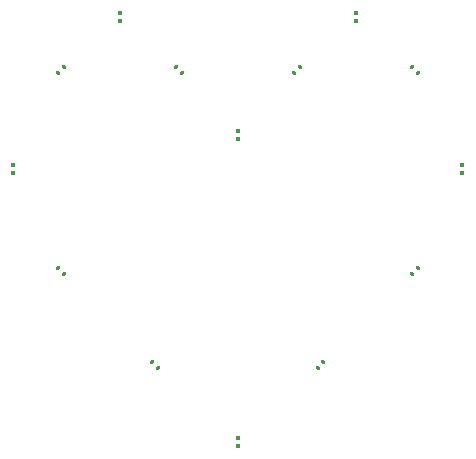
<source format=gbr>
%TF.GenerationSoftware,KiCad,Pcbnew,9.0.6*%
%TF.CreationDate,2026-01-31T16:43:30+03:00*%
%TF.ProjectId,st-valentine-postcard,73742d76-616c-4656-9e74-696e652d706f,rev?*%
%TF.SameCoordinates,Original*%
%TF.FileFunction,Paste,Top*%
%TF.FilePolarity,Positive*%
%FSLAX46Y46*%
G04 Gerber Fmt 4.6, Leading zero omitted, Abs format (unit mm)*
G04 Created by KiCad (PCBNEW 9.0.6) date 2026-01-31 16:43:30*
%MOMM*%
%LPD*%
G01*
G04 APERTURE LIST*
G04 Aperture macros list*
%AMRoundRect*
0 Rectangle with rounded corners*
0 $1 Rounding radius*
0 $2 $3 $4 $5 $6 $7 $8 $9 X,Y pos of 4 corners*
0 Add a 4 corners polygon primitive as box body*
4,1,4,$2,$3,$4,$5,$6,$7,$8,$9,$2,$3,0*
0 Add four circle primitives for the rounded corners*
1,1,$1+$1,$2,$3*
1,1,$1+$1,$4,$5*
1,1,$1+$1,$6,$7*
1,1,$1+$1,$8,$9*
0 Add four rect primitives between the rounded corners*
20,1,$1+$1,$2,$3,$4,$5,0*
20,1,$1+$1,$4,$5,$6,$7,0*
20,1,$1+$1,$6,$7,$8,$9,0*
20,1,$1+$1,$8,$9,$2,$3,0*%
G04 Aperture macros list end*
%ADD10RoundRect,0.079500X-0.127279X-0.014849X-0.014849X-0.127279X0.127279X0.014849X0.014849X0.127279X0*%
%ADD11RoundRect,0.079500X-0.100500X0.079500X-0.100500X-0.079500X0.100500X-0.079500X0.100500X0.079500X0*%
%ADD12RoundRect,0.079500X0.100500X-0.079500X0.100500X0.079500X-0.100500X0.079500X-0.100500X-0.079500X0*%
%ADD13RoundRect,0.079500X-0.014849X0.127279X-0.127279X0.014849X0.014849X-0.127279X0.127279X-0.014849X0*%
%ADD14RoundRect,0.079500X0.014849X-0.127279X0.127279X-0.014849X-0.014849X0.127279X-0.127279X0.014849X0*%
%ADD15RoundRect,0.079500X0.127279X0.014849X0.014849X0.127279X-0.127279X-0.014849X-0.014849X-0.127279X0*%
G04 APERTURE END LIST*
D10*
%TO.C,D4*%
X164756048Y-76256048D03*
X165243952Y-76743952D03*
%TD*%
D11*
%TO.C,D5*%
X169000000Y-84500000D03*
X169000000Y-85190000D03*
%TD*%
D10*
%TO.C,D10*%
X134756048Y-93256048D03*
X135243952Y-93743952D03*
%TD*%
D12*
%TO.C,D8*%
X150000000Y-108345000D03*
X150000000Y-107655000D03*
%TD*%
D10*
%TO.C,D9*%
X142756048Y-101256048D03*
X143243952Y-101743952D03*
%TD*%
D11*
%TO.C,D11*%
X131000000Y-84505000D03*
X131000000Y-85195000D03*
%TD*%
D13*
%TO.C,D6*%
X165243952Y-93256048D03*
X164756048Y-93743952D03*
%TD*%
%TO.C,D12*%
X135243952Y-76256048D03*
X134756048Y-76743952D03*
%TD*%
D14*
%TO.C,D7*%
X156756048Y-101743952D03*
X157243952Y-101256048D03*
%TD*%
D11*
%TO.C,D1*%
X150000000Y-81655000D03*
X150000000Y-82345000D03*
%TD*%
D14*
%TO.C,D2*%
X154756048Y-76743952D03*
X155243952Y-76256048D03*
%TD*%
D15*
%TO.C,D14*%
X145243952Y-76743952D03*
X144756048Y-76256048D03*
%TD*%
D11*
%TO.C,D3*%
X160000000Y-71655000D03*
X160000000Y-72345000D03*
%TD*%
D12*
%TO.C,D13*%
X140000000Y-72345000D03*
X140000000Y-71655000D03*
%TD*%
M02*

</source>
